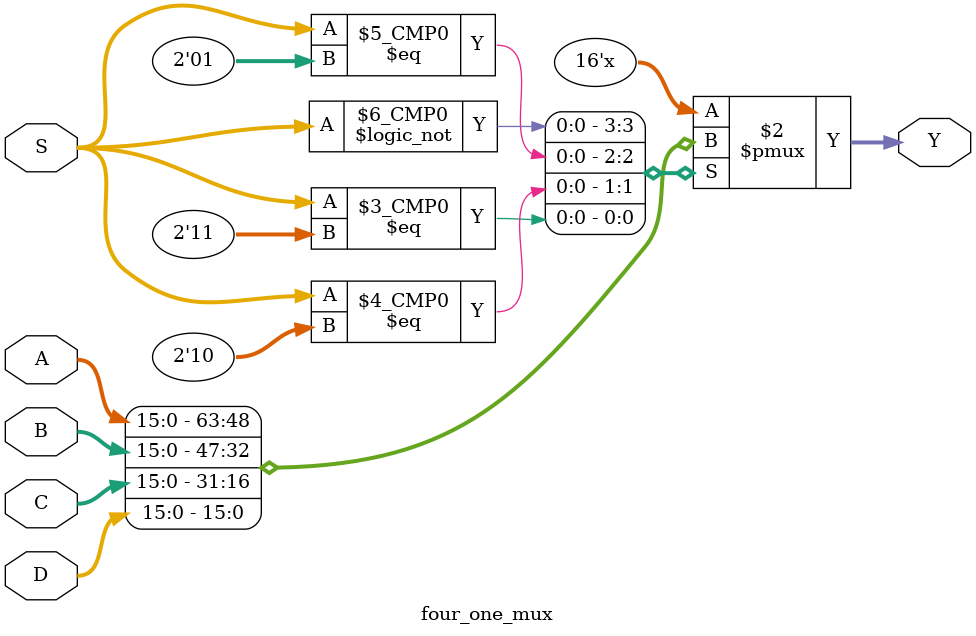
<source format=sv>
module four_one_mux
						  (input logic [15:0] A, B, C, D,
							input logic [1:0] S,
							output logic [15:0] Y);
// four to one mux
always_comb
begin
	case (S)
		2'b00: Y = A;
		2'b01: Y = B;
		2'b10: Y = C;
		2'b11: Y = D;
		default: Y = 16'hxxxx;
	endcase
end
endmodule

</source>
